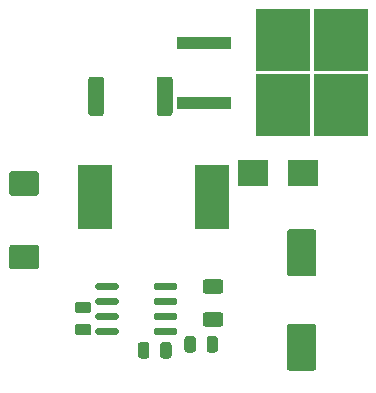
<source format=gbr>
%TF.GenerationSoftware,KiCad,Pcbnew,(5.1.5-131-g305ed0b65)-1*%
%TF.CreationDate,2020-05-01T23:58:58+08:00*%
%TF.ProjectId,PowerSupply,506f7765-7253-4757-9070-6c792e6b6963,rev?*%
%TF.SameCoordinates,Original*%
%TF.FileFunction,Paste,Top*%
%TF.FilePolarity,Positive*%
%FSLAX46Y46*%
G04 Gerber Fmt 4.6, Leading zero omitted, Abs format (unit mm)*
G04 Created by KiCad (PCBNEW (5.1.5-131-g305ed0b65)-1) date 2020-05-01 23:58:58*
%MOMM*%
%LPD*%
G01*
G04 APERTURE LIST*
%ADD10R,2.500000X2.300000*%
%ADD11R,2.900000X5.400000*%
%ADD12R,4.600000X1.100000*%
%ADD13R,4.550000X5.250000*%
G04 APERTURE END LIST*
%TO.C,C4*%
G36*
G01*
X123500000Y-49250000D02*
X125500000Y-49250000D01*
G75*
G02*
X125750000Y-49500000I0J-250000D01*
G01*
X125750000Y-53000000D01*
G75*
G02*
X125500000Y-53250000I-250000J0D01*
G01*
X123500000Y-53250000D01*
G75*
G02*
X123250000Y-53000000I0J250000D01*
G01*
X123250000Y-49500000D01*
G75*
G02*
X123500000Y-49250000I250000J0D01*
G01*
G37*
G36*
G01*
X123500000Y-57250000D02*
X125500000Y-57250000D01*
G75*
G02*
X125750000Y-57500000I0J-250000D01*
G01*
X125750000Y-61000000D01*
G75*
G02*
X125500000Y-61250000I-250000J0D01*
G01*
X123500000Y-61250000D01*
G75*
G02*
X123250000Y-61000000I0J250000D01*
G01*
X123250000Y-57500000D01*
G75*
G02*
X123500000Y-57250000I250000J0D01*
G01*
G37*
%TD*%
%TO.C,C1*%
G36*
G01*
X99975000Y-44350000D02*
X102025000Y-44350000D01*
G75*
G02*
X102275000Y-44600000I0J-250000D01*
G01*
X102275000Y-46175000D01*
G75*
G02*
X102025000Y-46425000I-250000J0D01*
G01*
X99975000Y-46425000D01*
G75*
G02*
X99725000Y-46175000I0J250000D01*
G01*
X99725000Y-44600000D01*
G75*
G02*
X99975000Y-44350000I250000J0D01*
G01*
G37*
G36*
G01*
X99975000Y-50575000D02*
X102025000Y-50575000D01*
G75*
G02*
X102275000Y-50825000I0J-250000D01*
G01*
X102275000Y-52400000D01*
G75*
G02*
X102025000Y-52650000I-250000J0D01*
G01*
X99975000Y-52650000D01*
G75*
G02*
X99725000Y-52400000I0J250000D01*
G01*
X99725000Y-50825000D01*
G75*
G02*
X99975000Y-50575000I250000J0D01*
G01*
G37*
%TD*%
%TO.C,C2*%
G36*
G01*
X105543750Y-57262500D02*
X106456250Y-57262500D01*
G75*
G02*
X106700000Y-57506250I0J-243750D01*
G01*
X106700000Y-57993750D01*
G75*
G02*
X106456250Y-58237500I-243750J0D01*
G01*
X105543750Y-58237500D01*
G75*
G02*
X105300000Y-57993750I0J243750D01*
G01*
X105300000Y-57506250D01*
G75*
G02*
X105543750Y-57262500I243750J0D01*
G01*
G37*
G36*
G01*
X105543750Y-55387500D02*
X106456250Y-55387500D01*
G75*
G02*
X106700000Y-55631250I0J-243750D01*
G01*
X106700000Y-56118750D01*
G75*
G02*
X106456250Y-56362500I-243750J0D01*
G01*
X105543750Y-56362500D01*
G75*
G02*
X105300000Y-56118750I0J243750D01*
G01*
X105300000Y-55631250D01*
G75*
G02*
X105543750Y-55387500I243750J0D01*
G01*
G37*
%TD*%
%TO.C,C3*%
G36*
G01*
X113487500Y-59043750D02*
X113487500Y-59956250D01*
G75*
G02*
X113243750Y-60200000I-243750J0D01*
G01*
X112756250Y-60200000D01*
G75*
G02*
X112512500Y-59956250I0J243750D01*
G01*
X112512500Y-59043750D01*
G75*
G02*
X112756250Y-58800000I243750J0D01*
G01*
X113243750Y-58800000D01*
G75*
G02*
X113487500Y-59043750I0J-243750D01*
G01*
G37*
G36*
G01*
X111612500Y-59043750D02*
X111612500Y-59956250D01*
G75*
G02*
X111368750Y-60200000I-243750J0D01*
G01*
X110881250Y-60200000D01*
G75*
G02*
X110637500Y-59956250I0J243750D01*
G01*
X110637500Y-59043750D01*
G75*
G02*
X110881250Y-58800000I243750J0D01*
G01*
X111368750Y-58800000D01*
G75*
G02*
X111612500Y-59043750I0J-243750D01*
G01*
G37*
%TD*%
D10*
%TO.C,D1*%
X124650000Y-44500000D03*
X120350000Y-44500000D03*
%TD*%
D11*
%TO.C,L1*%
X107050000Y-46500000D03*
X116950000Y-46500000D03*
%TD*%
D12*
%TO.C,Q1*%
X116225000Y-33460000D03*
X116225000Y-38540000D03*
D13*
X127800000Y-38775000D03*
X122950000Y-33225000D03*
X127800000Y-33225000D03*
X122950000Y-38775000D03*
%TD*%
%TO.C,R1*%
G36*
G01*
X113575000Y-36574999D02*
X113575000Y-39425001D01*
G75*
G02*
X113325001Y-39675000I-249999J0D01*
G01*
X112474999Y-39675000D01*
G75*
G02*
X112225000Y-39425001I0J249999D01*
G01*
X112225000Y-36574999D01*
G75*
G02*
X112474999Y-36325000I249999J0D01*
G01*
X113325001Y-36325000D01*
G75*
G02*
X113575000Y-36574999I0J-249999D01*
G01*
G37*
G36*
G01*
X107775000Y-36574999D02*
X107775000Y-39425001D01*
G75*
G02*
X107525001Y-39675000I-249999J0D01*
G01*
X106674999Y-39675000D01*
G75*
G02*
X106425000Y-39425001I0J249999D01*
G01*
X106425000Y-36574999D01*
G75*
G02*
X106674999Y-36325000I249999J0D01*
G01*
X107525001Y-36325000D01*
G75*
G02*
X107775000Y-36574999I0J-249999D01*
G01*
G37*
%TD*%
%TO.C,R2*%
G36*
G01*
X116375000Y-53475000D02*
X117625000Y-53475000D01*
G75*
G02*
X117875000Y-53725000I0J-250000D01*
G01*
X117875000Y-54475000D01*
G75*
G02*
X117625000Y-54725000I-250000J0D01*
G01*
X116375000Y-54725000D01*
G75*
G02*
X116125000Y-54475000I0J250000D01*
G01*
X116125000Y-53725000D01*
G75*
G02*
X116375000Y-53475000I250000J0D01*
G01*
G37*
G36*
G01*
X116375000Y-56275000D02*
X117625000Y-56275000D01*
G75*
G02*
X117875000Y-56525000I0J-250000D01*
G01*
X117875000Y-57275000D01*
G75*
G02*
X117625000Y-57525000I-250000J0D01*
G01*
X116375000Y-57525000D01*
G75*
G02*
X116125000Y-57275000I0J250000D01*
G01*
X116125000Y-56525000D01*
G75*
G02*
X116375000Y-56275000I250000J0D01*
G01*
G37*
%TD*%
%TO.C,R3*%
G36*
G01*
X117425000Y-58543750D02*
X117425000Y-59456250D01*
G75*
G02*
X117181250Y-59700000I-243750J0D01*
G01*
X116693750Y-59700000D01*
G75*
G02*
X116450000Y-59456250I0J243750D01*
G01*
X116450000Y-58543750D01*
G75*
G02*
X116693750Y-58300000I243750J0D01*
G01*
X117181250Y-58300000D01*
G75*
G02*
X117425000Y-58543750I0J-243750D01*
G01*
G37*
G36*
G01*
X115550000Y-58543750D02*
X115550000Y-59456250D01*
G75*
G02*
X115306250Y-59700000I-243750J0D01*
G01*
X114818750Y-59700000D01*
G75*
G02*
X114575000Y-59456250I0J243750D01*
G01*
X114575000Y-58543750D01*
G75*
G02*
X114818750Y-58300000I243750J0D01*
G01*
X115306250Y-58300000D01*
G75*
G02*
X115550000Y-58543750I0J-243750D01*
G01*
G37*
%TD*%
%TO.C,U1*%
G36*
G01*
X107050000Y-54245000D02*
X107050000Y-53945000D01*
G75*
G02*
X107200000Y-53795000I150000J0D01*
G01*
X108850000Y-53795000D01*
G75*
G02*
X109000000Y-53945000I0J-150000D01*
G01*
X109000000Y-54245000D01*
G75*
G02*
X108850000Y-54395000I-150000J0D01*
G01*
X107200000Y-54395000D01*
G75*
G02*
X107050000Y-54245000I0J150000D01*
G01*
G37*
G36*
G01*
X107050000Y-55515000D02*
X107050000Y-55215000D01*
G75*
G02*
X107200000Y-55065000I150000J0D01*
G01*
X108850000Y-55065000D01*
G75*
G02*
X109000000Y-55215000I0J-150000D01*
G01*
X109000000Y-55515000D01*
G75*
G02*
X108850000Y-55665000I-150000J0D01*
G01*
X107200000Y-55665000D01*
G75*
G02*
X107050000Y-55515000I0J150000D01*
G01*
G37*
G36*
G01*
X107050000Y-56785000D02*
X107050000Y-56485000D01*
G75*
G02*
X107200000Y-56335000I150000J0D01*
G01*
X108850000Y-56335000D01*
G75*
G02*
X109000000Y-56485000I0J-150000D01*
G01*
X109000000Y-56785000D01*
G75*
G02*
X108850000Y-56935000I-150000J0D01*
G01*
X107200000Y-56935000D01*
G75*
G02*
X107050000Y-56785000I0J150000D01*
G01*
G37*
G36*
G01*
X107050000Y-58055000D02*
X107050000Y-57755000D01*
G75*
G02*
X107200000Y-57605000I150000J0D01*
G01*
X108850000Y-57605000D01*
G75*
G02*
X109000000Y-57755000I0J-150000D01*
G01*
X109000000Y-58055000D01*
G75*
G02*
X108850000Y-58205000I-150000J0D01*
G01*
X107200000Y-58205000D01*
G75*
G02*
X107050000Y-58055000I0J150000D01*
G01*
G37*
G36*
G01*
X112000000Y-58055000D02*
X112000000Y-57755000D01*
G75*
G02*
X112150000Y-57605000I150000J0D01*
G01*
X113800000Y-57605000D01*
G75*
G02*
X113950000Y-57755000I0J-150000D01*
G01*
X113950000Y-58055000D01*
G75*
G02*
X113800000Y-58205000I-150000J0D01*
G01*
X112150000Y-58205000D01*
G75*
G02*
X112000000Y-58055000I0J150000D01*
G01*
G37*
G36*
G01*
X112000000Y-56785000D02*
X112000000Y-56485000D01*
G75*
G02*
X112150000Y-56335000I150000J0D01*
G01*
X113800000Y-56335000D01*
G75*
G02*
X113950000Y-56485000I0J-150000D01*
G01*
X113950000Y-56785000D01*
G75*
G02*
X113800000Y-56935000I-150000J0D01*
G01*
X112150000Y-56935000D01*
G75*
G02*
X112000000Y-56785000I0J150000D01*
G01*
G37*
G36*
G01*
X112000000Y-55515000D02*
X112000000Y-55215000D01*
G75*
G02*
X112150000Y-55065000I150000J0D01*
G01*
X113800000Y-55065000D01*
G75*
G02*
X113950000Y-55215000I0J-150000D01*
G01*
X113950000Y-55515000D01*
G75*
G02*
X113800000Y-55665000I-150000J0D01*
G01*
X112150000Y-55665000D01*
G75*
G02*
X112000000Y-55515000I0J150000D01*
G01*
G37*
G36*
G01*
X112000000Y-54245000D02*
X112000000Y-53945000D01*
G75*
G02*
X112150000Y-53795000I150000J0D01*
G01*
X113800000Y-53795000D01*
G75*
G02*
X113950000Y-53945000I0J-150000D01*
G01*
X113950000Y-54245000D01*
G75*
G02*
X113800000Y-54395000I-150000J0D01*
G01*
X112150000Y-54395000D01*
G75*
G02*
X112000000Y-54245000I0J150000D01*
G01*
G37*
%TD*%
M02*

</source>
